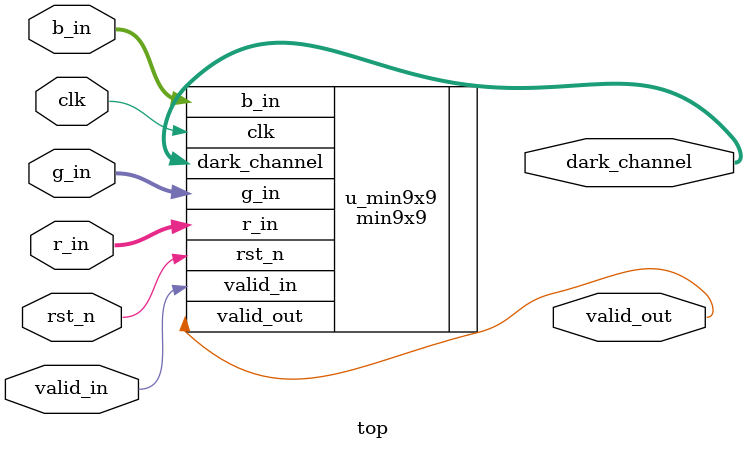
<source format=v>
module top #(
        parameter DATA_WIDTH = 8,
        parameter IMG_WIDTH  = 320
    )(
        input  wire                  clk,
        input  wire                  rst_n,
        input  wire                  valid_in,
        input  wire [DATA_WIDTH-1:0] r_in,
        input  wire [DATA_WIDTH-1:0] g_in,
        input  wire [DATA_WIDTH-1:0] b_in,
        output wire                  valid_out,
        output wire [DATA_WIDTH-1:0] dark_channel
    );

    min9x9 #(
               .DATA_WIDTH(DATA_WIDTH),
               .IMG_WIDTH(IMG_WIDTH)
           ) u_min9x9 (
               .clk(clk),
               .rst_n(rst_n),
               .valid_in(valid_in),
               .r_in(r_in),
               .g_in(g_in),
               .b_in(b_in),
               .valid_out(valid_out),
               .dark_channel(dark_channel)
           );

    // DEBUG: Test single min3x3 on R channel
    // min3x3 #(
    //            .DATA_WIDTH(DATA_WIDTH),
    //            .IMG_WIDTH(IMG_WIDTH)
    //        ) u_min3x3 (
    //            .clk(clk),
    //            .rst_n(rst_n),
    //            .valid_in(valid_in),
    //            .data_in(r_in),
    //            .valid_out(valid_out),
    //            .data_out(dark_channel)
    //        );

endmodule

</source>
